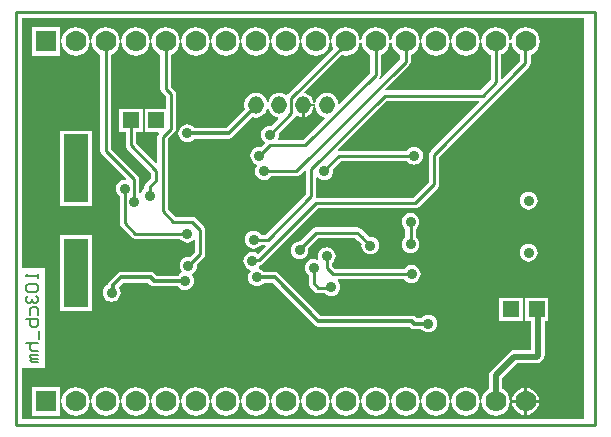
<source format=gbl>
G04*
G04 #@! TF.GenerationSoftware,Altium Limited,Altium Designer,20.2.6 (244)*
G04*
G04 Layer_Physical_Order=2*
G04 Layer_Color=255*
%FSLAX25Y25*%
%MOIN*%
G70*
G04*
G04 #@! TF.SameCoordinates,98507788-8A11-4182-AA0E-0FE8B404AF89*
G04*
G04*
G04 #@! TF.FilePolarity,Positive*
G04*
G01*
G75*
%ADD11C,0.00787*%
%ADD14C,0.00984*%
%ADD15C,0.01000*%
%ADD16C,0.01968*%
%ADD55C,0.01181*%
%ADD57C,0.07000*%
%ADD58R,0.07000X0.07000*%
%ADD59C,0.03543*%
%ADD60R,0.08268X0.22835*%
%ADD61R,0.05512X0.05512*%
%ADD62O,0.05118X0.05906*%
G36*
X179489Y-5867D02*
X-7835D01*
Y11033D01*
X-66D01*
Y44488D01*
X-7835D01*
X-7835Y127914D01*
X179489D01*
Y-5867D01*
D02*
G37*
%LPC*%
G36*
X4681Y124681D02*
X-4681D01*
Y115319D01*
X4681D01*
Y124681D01*
D02*
G37*
G36*
X140000Y124722D02*
X138778Y124561D01*
X137639Y124089D01*
X136661Y123339D01*
X135911Y122361D01*
X135439Y121222D01*
X135278Y120000D01*
X135439Y118778D01*
X135911Y117639D01*
X136661Y116661D01*
X137639Y115911D01*
X138778Y115439D01*
X140000Y115278D01*
X141222Y115439D01*
X142361Y115911D01*
X143339Y116661D01*
X144089Y117639D01*
X144561Y118778D01*
X144721Y120000D01*
X144561Y121222D01*
X144089Y122361D01*
X143339Y123339D01*
X142361Y124089D01*
X141222Y124561D01*
X140000Y124722D01*
D02*
G37*
G36*
X130000D02*
X128778Y124561D01*
X127639Y124089D01*
X126661Y123339D01*
X125911Y122361D01*
X125439Y121222D01*
X125278Y120000D01*
X125439Y118778D01*
X125911Y117639D01*
X126661Y116661D01*
X127639Y115911D01*
X128778Y115439D01*
X130000Y115278D01*
X131222Y115439D01*
X132361Y115911D01*
X133339Y116661D01*
X134089Y117639D01*
X134561Y118778D01*
X134722Y120000D01*
X134561Y121222D01*
X134089Y122361D01*
X133339Y123339D01*
X132361Y124089D01*
X131222Y124561D01*
X130000Y124722D01*
D02*
G37*
G36*
X90000D02*
X88778Y124561D01*
X87639Y124089D01*
X86661Y123339D01*
X85911Y122361D01*
X85439Y121222D01*
X85278Y120000D01*
X85439Y118778D01*
X85911Y117639D01*
X86661Y116661D01*
X87639Y115911D01*
X88778Y115439D01*
X90000Y115278D01*
X91222Y115439D01*
X92361Y115911D01*
X93339Y116661D01*
X94089Y117639D01*
X94561Y118778D01*
X94722Y120000D01*
X94561Y121222D01*
X94089Y122361D01*
X93339Y123339D01*
X92361Y124089D01*
X91222Y124561D01*
X90000Y124722D01*
D02*
G37*
G36*
X80000D02*
X78778Y124561D01*
X77639Y124089D01*
X76661Y123339D01*
X75911Y122361D01*
X75439Y121222D01*
X75279Y120000D01*
X75439Y118778D01*
X75911Y117639D01*
X76661Y116661D01*
X77639Y115911D01*
X78778Y115439D01*
X80000Y115278D01*
X81222Y115439D01*
X82361Y115911D01*
X83339Y116661D01*
X84089Y117639D01*
X84561Y118778D01*
X84721Y120000D01*
X84561Y121222D01*
X84089Y122361D01*
X83339Y123339D01*
X82361Y124089D01*
X81222Y124561D01*
X80000Y124722D01*
D02*
G37*
G36*
X70000D02*
X68778Y124561D01*
X67639Y124089D01*
X66661Y123339D01*
X65911Y122361D01*
X65439Y121222D01*
X65279Y120000D01*
X65439Y118778D01*
X65911Y117639D01*
X66661Y116661D01*
X67639Y115911D01*
X68778Y115439D01*
X70000Y115278D01*
X71222Y115439D01*
X72361Y115911D01*
X73339Y116661D01*
X74089Y117639D01*
X74561Y118778D01*
X74721Y120000D01*
X74561Y121222D01*
X74089Y122361D01*
X73339Y123339D01*
X72361Y124089D01*
X71222Y124561D01*
X70000Y124722D01*
D02*
G37*
G36*
X60000D02*
X58778Y124561D01*
X57639Y124089D01*
X56661Y123339D01*
X55911Y122361D01*
X55439Y121222D01*
X55278Y120000D01*
X55439Y118778D01*
X55911Y117639D01*
X56661Y116661D01*
X57639Y115911D01*
X58778Y115439D01*
X60000Y115278D01*
X61222Y115439D01*
X62361Y115911D01*
X63339Y116661D01*
X64089Y117639D01*
X64561Y118778D01*
X64722Y120000D01*
X64561Y121222D01*
X64089Y122361D01*
X63339Y123339D01*
X62361Y124089D01*
X61222Y124561D01*
X60000Y124722D01*
D02*
G37*
G36*
X50000D02*
X48778Y124561D01*
X47639Y124089D01*
X46661Y123339D01*
X45911Y122361D01*
X45439Y121222D01*
X45278Y120000D01*
X45439Y118778D01*
X45911Y117639D01*
X46661Y116661D01*
X47639Y115911D01*
X48778Y115439D01*
X50000Y115278D01*
X51222Y115439D01*
X52361Y115911D01*
X53339Y116661D01*
X54089Y117639D01*
X54561Y118778D01*
X54721Y120000D01*
X54561Y121222D01*
X54089Y122361D01*
X53339Y123339D01*
X52361Y124089D01*
X51222Y124561D01*
X50000Y124722D01*
D02*
G37*
G36*
X30000D02*
X28778Y124561D01*
X27639Y124089D01*
X26661Y123339D01*
X25911Y122361D01*
X25439Y121222D01*
X25278Y120000D01*
X25439Y118778D01*
X25911Y117639D01*
X26661Y116661D01*
X27639Y115911D01*
X28778Y115439D01*
X30000Y115278D01*
X31222Y115439D01*
X32361Y115911D01*
X33339Y116661D01*
X34089Y117639D01*
X34561Y118778D01*
X34721Y120000D01*
X34561Y121222D01*
X34089Y122361D01*
X33339Y123339D01*
X32361Y124089D01*
X31222Y124561D01*
X30000Y124722D01*
D02*
G37*
G36*
X10000D02*
X8778Y124561D01*
X7639Y124089D01*
X6661Y123339D01*
X5911Y122361D01*
X5439Y121222D01*
X5279Y120000D01*
X5439Y118778D01*
X5911Y117639D01*
X6661Y116661D01*
X7639Y115911D01*
X8778Y115439D01*
X10000Y115278D01*
X11222Y115439D01*
X12361Y115911D01*
X13339Y116661D01*
X14089Y117639D01*
X14561Y118778D01*
X14721Y120000D01*
X14561Y121222D01*
X14089Y122361D01*
X13339Y123339D01*
X12361Y124089D01*
X11222Y124561D01*
X10000Y124722D01*
D02*
G37*
G36*
X160000D02*
X158778Y124561D01*
X157639Y124089D01*
X156661Y123339D01*
X155911Y122361D01*
X155439Y121222D01*
X155279Y120000D01*
X155439Y118778D01*
X155911Y117639D01*
X156661Y116661D01*
X157639Y115911D01*
X158241Y115662D01*
Y113409D01*
X152268Y107437D01*
X151806Y107628D01*
Y115681D01*
X152361Y115911D01*
X153339Y116661D01*
X154089Y117639D01*
X154561Y118778D01*
X154721Y120000D01*
X154561Y121222D01*
X154089Y122361D01*
X153339Y123339D01*
X152361Y124089D01*
X151222Y124561D01*
X150000Y124722D01*
X148778Y124561D01*
X147639Y124089D01*
X146661Y123339D01*
X145911Y122361D01*
X145439Y121222D01*
X145279Y120000D01*
X145439Y118778D01*
X145911Y117639D01*
X146661Y116661D01*
X147639Y115911D01*
X148394Y115598D01*
Y107106D01*
X144963Y103674D01*
X113487D01*
X113280Y104174D01*
X121206Y112101D01*
X121576Y112654D01*
X121706Y113307D01*
Y115640D01*
X122361Y115911D01*
X123339Y116661D01*
X124089Y117639D01*
X124561Y118778D01*
X124722Y120000D01*
X124561Y121222D01*
X124089Y122361D01*
X123339Y123339D01*
X122361Y124089D01*
X121222Y124561D01*
X120000Y124722D01*
X118778Y124561D01*
X117639Y124089D01*
X116661Y123339D01*
X115911Y122361D01*
X115439Y121222D01*
X115278Y120000D01*
X115439Y118778D01*
X115911Y117639D01*
X116661Y116661D01*
X117639Y115911D01*
X118294Y115640D01*
Y114014D01*
X111636Y107356D01*
X111248Y107675D01*
X111576Y108166D01*
X111706Y108819D01*
Y115640D01*
X112361Y115911D01*
X113339Y116661D01*
X114089Y117639D01*
X114561Y118778D01*
X114722Y120000D01*
X114561Y121222D01*
X114089Y122361D01*
X113339Y123339D01*
X112361Y124089D01*
X111222Y124561D01*
X110000Y124722D01*
X108778Y124561D01*
X107639Y124089D01*
X106661Y123339D01*
X105911Y122361D01*
X105439Y121222D01*
X105279Y120000D01*
X105439Y118778D01*
X105911Y117639D01*
X106661Y116661D01*
X107639Y115911D01*
X108294Y115640D01*
Y109526D01*
X97941Y99172D01*
X97450Y99389D01*
X97345Y100189D01*
X96968Y101099D01*
X96368Y101880D01*
X95587Y102480D01*
X94677Y102857D01*
X93701Y102985D01*
X92724Y102857D01*
X91815Y102480D01*
X91033Y101880D01*
X90434Y101099D01*
X90057Y100189D01*
X89928Y99213D01*
Y98425D01*
X90057Y97449D01*
X90434Y96539D01*
X91033Y95758D01*
X91815Y95158D01*
X92724Y94781D01*
X92893Y94759D01*
X93054Y94286D01*
X85908Y87139D01*
X77688D01*
X77445Y87639D01*
X77680Y88206D01*
X77781Y88976D01*
X77716Y89476D01*
X83096Y94857D01*
X83347Y95232D01*
X83937Y95409D01*
X84040Y95330D01*
X84902Y94973D01*
X85335Y94916D01*
Y98819D01*
X85827D01*
Y99311D01*
X89388D01*
X89279Y100138D01*
X88922Y100999D01*
X88354Y101740D01*
X87614Y102308D01*
X86752Y102665D01*
X86459Y102703D01*
X86298Y103177D01*
X98624Y115503D01*
X98778Y115439D01*
X100000Y115278D01*
X101222Y115439D01*
X102361Y115911D01*
X103339Y116661D01*
X104089Y117639D01*
X104561Y118778D01*
X104721Y120000D01*
X104561Y121222D01*
X104089Y122361D01*
X103339Y123339D01*
X102361Y124089D01*
X101222Y124561D01*
X100000Y124722D01*
X98778Y124561D01*
X97639Y124089D01*
X96661Y123339D01*
X95911Y122361D01*
X95439Y121222D01*
X95279Y120000D01*
X95439Y118778D01*
X95911Y117639D01*
X95922Y117626D01*
X80683Y102387D01*
X80641Y102324D01*
X80148Y102243D01*
X79839Y102480D01*
X78929Y102857D01*
X77953Y102985D01*
X76976Y102857D01*
X76066Y102480D01*
X75285Y101880D01*
X74686Y101099D01*
X74309Y100189D01*
X74268Y99878D01*
X73764D01*
X73723Y100189D01*
X73346Y101099D01*
X72746Y101880D01*
X71965Y102480D01*
X71055Y102857D01*
X70079Y102985D01*
X69102Y102857D01*
X68192Y102480D01*
X67411Y101880D01*
X66812Y101099D01*
X66435Y100189D01*
X66306Y99213D01*
Y98425D01*
X66435Y97449D01*
X66468Y97369D01*
X60275Y91176D01*
X49580D01*
X49350Y91476D01*
X48733Y91949D01*
X48015Y92247D01*
X47244Y92348D01*
X46473Y92247D01*
X45755Y91949D01*
X45138Y91476D01*
X44665Y90859D01*
X44367Y90141D01*
X44266Y89370D01*
X44367Y88599D01*
X44665Y87881D01*
X45138Y87264D01*
X45755Y86791D01*
X46473Y86493D01*
X47244Y86392D01*
X48015Y86493D01*
X48733Y86791D01*
X49350Y87264D01*
X49580Y87564D01*
X61024D01*
X61715Y87701D01*
X62301Y88093D01*
X69023Y94814D01*
X69102Y94781D01*
X70079Y94653D01*
X71055Y94781D01*
X71965Y95158D01*
X72746Y95758D01*
X73346Y96539D01*
X73723Y97449D01*
X73764Y97760D01*
X74268D01*
X74309Y97449D01*
X74686Y96539D01*
X75285Y95758D01*
X76066Y95158D01*
X76976Y94781D01*
X77429Y94722D01*
X77608Y94194D01*
X75303Y91889D01*
X74803Y91955D01*
X74032Y91853D01*
X73314Y91556D01*
X72697Y91082D01*
X72224Y90465D01*
X71926Y89747D01*
X71825Y88976D01*
X71926Y88206D01*
X72224Y87487D01*
X72697Y86870D01*
X72937Y86687D01*
X72980Y86023D01*
X71760Y84802D01*
X71260Y84868D01*
X70489Y84767D01*
X69771Y84469D01*
X69154Y83996D01*
X68681Y83379D01*
X68383Y82661D01*
X68282Y81890D01*
X68383Y81119D01*
X68681Y80401D01*
X69154Y79784D01*
X69771Y79311D01*
X70271Y79103D01*
X70457Y78608D01*
X70450Y78514D01*
X70255Y78261D01*
X69958Y77543D01*
X69856Y76772D01*
X69958Y76001D01*
X70255Y75283D01*
X70729Y74666D01*
X71346Y74192D01*
X72064Y73895D01*
X72835Y73793D01*
X73606Y73895D01*
X74324Y74192D01*
X74941Y74666D01*
X75248Y75066D01*
X83465D01*
X84117Y75195D01*
X84671Y75565D01*
X86377Y77271D01*
X86877Y77064D01*
Y69204D01*
X73316Y55643D01*
X71776D01*
X71469Y56043D01*
X70852Y56516D01*
X70134Y56814D01*
X69363Y56915D01*
X68592Y56814D01*
X67874Y56516D01*
X67257Y56043D01*
X66784Y55426D01*
X66486Y54708D01*
X66385Y53937D01*
X66486Y53166D01*
X66784Y52448D01*
X67257Y51831D01*
X67874Y51358D01*
X68592Y51060D01*
X69363Y50959D01*
X70134Y51060D01*
X70852Y51358D01*
X71469Y51831D01*
X71776Y52231D01*
X73181D01*
X73372Y51769D01*
X70752Y49149D01*
X70387Y49430D01*
X69669Y49727D01*
X68898Y49829D01*
X68127Y49727D01*
X67409Y49430D01*
X66792Y48956D01*
X66318Y48340D01*
X66021Y47621D01*
X65919Y46850D01*
X66021Y46080D01*
X66318Y45361D01*
X66792Y44745D01*
X67409Y44271D01*
X68127Y43974D01*
X68219Y43962D01*
X68366Y43444D01*
X67893Y42828D01*
X67596Y42109D01*
X67494Y41339D01*
X67596Y40568D01*
X67893Y39849D01*
X68366Y39233D01*
X68983Y38759D01*
X69702Y38462D01*
X70472Y38360D01*
X71243Y38462D01*
X71962Y38759D01*
X72578Y39233D01*
X72808Y39532D01*
X75630D01*
X89668Y25494D01*
X90254Y25103D01*
X90945Y24965D01*
X121299D01*
X121557Y24707D01*
X122143Y24315D01*
X122835Y24178D01*
X125223D01*
X125453Y23878D01*
X126070Y23405D01*
X126788Y23108D01*
X127559Y23006D01*
X128330Y23108D01*
X129048Y23405D01*
X129665Y23878D01*
X130138Y24495D01*
X130436Y25213D01*
X130537Y25984D01*
X130436Y26755D01*
X130138Y27473D01*
X129665Y28090D01*
X129048Y28563D01*
X128330Y28861D01*
X127559Y28962D01*
X126788Y28861D01*
X126070Y28563D01*
X125453Y28090D01*
X125223Y27791D01*
X123583D01*
X123325Y28049D01*
X122739Y28440D01*
X122047Y28578D01*
X91693D01*
X77655Y42616D01*
X77069Y43007D01*
X76378Y43145D01*
X72808D01*
X72578Y43444D01*
X71962Y43918D01*
X71243Y44215D01*
X71151Y44227D01*
X71004Y44745D01*
X71477Y45361D01*
X71548Y45533D01*
X71835Y45590D01*
X72389Y45960D01*
X90864Y64436D01*
X123228D01*
X123881Y64566D01*
X124435Y64935D01*
X130734Y71235D01*
X131104Y71788D01*
X131234Y72441D01*
Y81577D01*
X161153Y111496D01*
X161523Y112050D01*
X161653Y112703D01*
Y115618D01*
X162361Y115911D01*
X163339Y116661D01*
X164089Y117639D01*
X164561Y118778D01*
X164722Y120000D01*
X164561Y121222D01*
X164089Y122361D01*
X163339Y123339D01*
X162361Y124089D01*
X161222Y124561D01*
X160000Y124722D01*
D02*
G37*
G36*
X89388Y98327D02*
X86319D01*
Y94916D01*
X86752Y94973D01*
X87614Y95330D01*
X88354Y95898D01*
X88922Y96638D01*
X89279Y97500D01*
X89388Y98327D01*
D02*
G37*
G36*
X40000Y124722D02*
X38778Y124561D01*
X37639Y124089D01*
X36661Y123339D01*
X35911Y122361D01*
X35439Y121222D01*
X35278Y120000D01*
X35439Y118778D01*
X35911Y117639D01*
X36661Y116661D01*
X37639Y115911D01*
X38294Y115640D01*
Y104095D01*
X38424Y103442D01*
X38794Y102888D01*
X40026Y101656D01*
Y97638D01*
X32990D01*
Y89764D01*
X37490D01*
X37682Y89264D01*
X37400Y88842D01*
X37270Y88189D01*
Y79575D01*
X36808Y79384D01*
X30133Y86059D01*
Y89764D01*
X32364D01*
Y97638D01*
X24490D01*
Y89764D01*
X26721D01*
Y85352D01*
X26851Y84700D01*
X27221Y84146D01*
X35171Y76196D01*
Y74591D01*
X33439Y72860D01*
X33070Y72306D01*
X32940Y71653D01*
Y71055D01*
X32540Y70748D01*
X32066Y70131D01*
X31769Y69413D01*
X31258Y69363D01*
X31234Y69372D01*
Y74016D01*
X31104Y74669D01*
X30734Y75222D01*
X21706Y84250D01*
Y115640D01*
X22361Y115911D01*
X23339Y116661D01*
X24089Y117639D01*
X24561Y118778D01*
X24722Y120000D01*
X24561Y121222D01*
X24089Y122361D01*
X23339Y123339D01*
X22361Y124089D01*
X21222Y124561D01*
X20000Y124722D01*
X18778Y124561D01*
X17639Y124089D01*
X16661Y123339D01*
X15911Y122361D01*
X15439Y121222D01*
X15279Y120000D01*
X15439Y118778D01*
X15911Y117639D01*
X16661Y116661D01*
X17639Y115911D01*
X18294Y115640D01*
Y83543D01*
X18424Y82890D01*
X18794Y82337D01*
X26843Y74287D01*
X26610Y73814D01*
X26378Y73844D01*
X25607Y73743D01*
X24889Y73445D01*
X24272Y72972D01*
X23799Y72355D01*
X23501Y71637D01*
X23400Y70866D01*
X23501Y70095D01*
X23799Y69377D01*
X24272Y68760D01*
X24672Y68453D01*
Y59449D01*
X24802Y58796D01*
X25172Y58242D01*
X28715Y54699D01*
X29268Y54329D01*
X29921Y54199D01*
X44831D01*
X45138Y53800D01*
X45755Y53326D01*
X46473Y53029D01*
X47244Y52927D01*
X48015Y53029D01*
X48733Y53326D01*
X49350Y53800D01*
X49369Y53824D01*
X49869Y53654D01*
Y49919D01*
X48138Y48188D01*
X47638Y48254D01*
X46867Y48152D01*
X46149Y47855D01*
X45532Y47381D01*
X45059Y46765D01*
X44761Y46046D01*
X44660Y45276D01*
X44761Y44505D01*
X45059Y43786D01*
X45333Y43429D01*
X45195Y42831D01*
X45194Y42831D01*
X44968Y42737D01*
X44351Y42263D01*
X44121Y41964D01*
X36969D01*
X36317Y42616D01*
X35731Y43007D01*
X35039Y43145D01*
X25197D01*
X24506Y43007D01*
X23920Y42616D01*
X21312Y40009D01*
X20921Y39423D01*
X20818Y38908D01*
X20558Y38800D01*
X19941Y38326D01*
X19468Y37710D01*
X19171Y36991D01*
X19069Y36220D01*
X19171Y35450D01*
X19468Y34731D01*
X19941Y34115D01*
X20558Y33641D01*
X21276Y33344D01*
X22047Y33242D01*
X22818Y33344D01*
X23536Y33641D01*
X24153Y34115D01*
X24626Y34731D01*
X24924Y35450D01*
X25025Y36220D01*
X24924Y36991D01*
X24626Y37710D01*
X24408Y37995D01*
X25945Y39532D01*
X34291D01*
X34943Y38880D01*
X35529Y38489D01*
X36220Y38351D01*
X44121D01*
X44351Y38052D01*
X44968Y37578D01*
X45686Y37281D01*
X46457Y37179D01*
X47227Y37281D01*
X47946Y37578D01*
X48563Y38052D01*
X49036Y38668D01*
X49333Y39387D01*
X49435Y40157D01*
X49333Y40928D01*
X49036Y41647D01*
X48762Y42004D01*
X48899Y42602D01*
X48900Y42603D01*
X49127Y42696D01*
X49744Y43170D01*
X50217Y43786D01*
X50515Y44505D01*
X50616Y45276D01*
X50550Y45775D01*
X52781Y48006D01*
X53151Y48560D01*
X53281Y49213D01*
Y57087D01*
X53151Y57740D01*
X52781Y58293D01*
X50025Y61049D01*
X49472Y61419D01*
X48819Y61549D01*
X43226D01*
X40682Y64092D01*
Y87482D01*
X42939Y89739D01*
X43308Y90292D01*
X43438Y90945D01*
Y102362D01*
X43308Y103015D01*
X42939Y103568D01*
X41706Y104801D01*
Y115640D01*
X42361Y115911D01*
X43339Y116661D01*
X44089Y117639D01*
X44561Y118778D01*
X44721Y120000D01*
X44561Y121222D01*
X44089Y122361D01*
X43339Y123339D01*
X42361Y124089D01*
X41222Y124561D01*
X40000Y124722D01*
D02*
G37*
G36*
X15551Y90315D02*
X4921D01*
Y65118D01*
X15551D01*
Y90315D01*
D02*
G37*
G36*
X161024Y69907D02*
X160253Y69806D01*
X159535Y69508D01*
X158918Y69035D01*
X158444Y68418D01*
X158147Y67700D01*
X158045Y66929D01*
X158147Y66158D01*
X158444Y65440D01*
X158918Y64823D01*
X159535Y64350D01*
X160253Y64052D01*
X161024Y63951D01*
X161794Y64052D01*
X162513Y64350D01*
X163129Y64823D01*
X163603Y65440D01*
X163900Y66158D01*
X164002Y66929D01*
X163900Y67700D01*
X163603Y68418D01*
X163129Y69035D01*
X162513Y69508D01*
X161794Y69806D01*
X161024Y69907D01*
D02*
G37*
G36*
X121653Y62821D02*
X120883Y62719D01*
X120164Y62422D01*
X119548Y61949D01*
X119074Y61332D01*
X118777Y60613D01*
X118675Y59842D01*
X118777Y59072D01*
X119074Y58353D01*
X119548Y57737D01*
X119948Y57430D01*
Y54775D01*
X119548Y54468D01*
X119074Y53851D01*
X118777Y53133D01*
X118675Y52362D01*
X118777Y51591D01*
X119074Y50873D01*
X119548Y50256D01*
X120164Y49783D01*
X120883Y49485D01*
X121653Y49384D01*
X122424Y49485D01*
X123143Y49783D01*
X123759Y50256D01*
X124233Y50873D01*
X124530Y51591D01*
X124632Y52362D01*
X124530Y53133D01*
X124233Y53851D01*
X123759Y54468D01*
X123360Y54775D01*
Y57430D01*
X123759Y57737D01*
X124233Y58353D01*
X124530Y59072D01*
X124632Y59842D01*
X124530Y60613D01*
X124233Y61332D01*
X123759Y61949D01*
X123143Y62422D01*
X122424Y62719D01*
X121653Y62821D01*
D02*
G37*
G36*
X103937Y58005D02*
X90158D01*
X89505Y57875D01*
X88951Y57506D01*
X84798Y53352D01*
X84646Y53372D01*
X83875Y53271D01*
X83157Y52973D01*
X82540Y52500D01*
X82066Y51883D01*
X81769Y51165D01*
X81667Y50394D01*
X81769Y49623D01*
X82066Y48905D01*
X82540Y48288D01*
X83157Y47815D01*
X83875Y47517D01*
X84646Y47416D01*
X85417Y47517D01*
X86135Y47815D01*
X86752Y48288D01*
X87225Y48905D01*
X87522Y49623D01*
X87624Y50394D01*
X87522Y51165D01*
X87497Y51226D01*
X90864Y54593D01*
X103230D01*
X104231Y53593D01*
X104231Y53592D01*
X105355Y52468D01*
X105289Y51968D01*
X105391Y51198D01*
X105689Y50479D01*
X106162Y49863D01*
X106779Y49389D01*
X107497Y49092D01*
X108268Y48990D01*
X109038Y49092D01*
X109757Y49389D01*
X110374Y49863D01*
X110847Y50479D01*
X111144Y51198D01*
X111246Y51968D01*
X111144Y52739D01*
X110847Y53458D01*
X110374Y54074D01*
X109757Y54548D01*
X109038Y54845D01*
X108268Y54947D01*
X107768Y54881D01*
X106644Y56005D01*
X106644Y56005D01*
X105143Y57506D01*
X104590Y57875D01*
X103937Y58005D01*
D02*
G37*
G36*
X93701Y51403D02*
X92930Y51302D01*
X92212Y51004D01*
X91595Y50531D01*
X91122Y49914D01*
X90824Y49196D01*
X90723Y48425D01*
X90824Y47654D01*
X90840Y47617D01*
X90457Y47234D01*
X90141Y47365D01*
X89370Y47466D01*
X88599Y47365D01*
X87881Y47067D01*
X87264Y46594D01*
X86791Y45977D01*
X86493Y45259D01*
X86392Y44488D01*
X86493Y43717D01*
X86791Y42999D01*
X87264Y42382D01*
X87664Y42075D01*
Y39370D01*
X87794Y38717D01*
X88164Y38164D01*
X89739Y36589D01*
X90292Y36219D01*
X90945Y36089D01*
X93165D01*
X93170Y36083D01*
X93787Y35610D01*
X94505Y35312D01*
X95276Y35211D01*
X96046Y35312D01*
X96765Y35610D01*
X97382Y36083D01*
X97855Y36700D01*
X98152Y37418D01*
X98254Y38189D01*
X98152Y38960D01*
X97855Y39678D01*
X97382Y40295D01*
X97357Y40314D01*
X97527Y40814D01*
X119634D01*
X119941Y40414D01*
X120558Y39941D01*
X121276Y39643D01*
X122047Y39542D01*
X122818Y39643D01*
X123536Y39941D01*
X124153Y40414D01*
X124627Y41031D01*
X124924Y41749D01*
X125025Y42520D01*
X124924Y43290D01*
X124627Y44009D01*
X124153Y44626D01*
X123536Y45099D01*
X122818Y45396D01*
X122047Y45498D01*
X121276Y45396D01*
X120558Y45099D01*
X119941Y44626D01*
X119634Y44226D01*
X96376D01*
X95407Y45195D01*
Y46012D01*
X95807Y46319D01*
X96280Y46936D01*
X96578Y47654D01*
X96679Y48425D01*
X96578Y49196D01*
X96280Y49914D01*
X95807Y50531D01*
X95190Y51004D01*
X94472Y51302D01*
X93701Y51403D01*
D02*
G37*
G36*
X161024Y52585D02*
X160253Y52483D01*
X159535Y52185D01*
X158918Y51712D01*
X158444Y51095D01*
X158147Y50377D01*
X158045Y49606D01*
X158147Y48836D01*
X158444Y48117D01*
X158918Y47500D01*
X159535Y47027D01*
X160253Y46730D01*
X161024Y46628D01*
X161794Y46730D01*
X162513Y47027D01*
X163129Y47500D01*
X163603Y48117D01*
X163900Y48836D01*
X164002Y49606D01*
X163900Y50377D01*
X163603Y51095D01*
X163129Y51712D01*
X162513Y52185D01*
X161794Y52483D01*
X161024Y52585D01*
D02*
G37*
G36*
X15551Y55354D02*
X4921D01*
Y30158D01*
X15551D01*
Y55354D01*
D02*
G37*
G36*
X159136Y34646D02*
X151262D01*
Y26772D01*
X159136D01*
Y34646D01*
D02*
G37*
G36*
X160492Y4458D02*
Y492D01*
X164458D01*
X164369Y1171D01*
X163917Y2262D01*
X163198Y3198D01*
X162261Y3917D01*
X161171Y4369D01*
X160492Y4458D01*
D02*
G37*
G36*
X159508D02*
X158829Y4369D01*
X157738Y3917D01*
X156802Y3198D01*
X156083Y2262D01*
X155631Y1171D01*
X155542Y492D01*
X159508D01*
Y4458D01*
D02*
G37*
G36*
X164458Y-492D02*
X160492D01*
Y-4458D01*
X161171Y-4369D01*
X162261Y-3917D01*
X163198Y-3198D01*
X163917Y-2262D01*
X164369Y-1171D01*
X164458Y-492D01*
D02*
G37*
G36*
X159508D02*
X155542D01*
X155631Y-1171D01*
X156083Y-2262D01*
X156802Y-3198D01*
X157738Y-3917D01*
X158829Y-4369D01*
X159508Y-4458D01*
Y-492D01*
D02*
G37*
G36*
X4681Y4681D02*
X-4681D01*
Y-4681D01*
X4681D01*
Y4681D01*
D02*
G37*
G36*
X167636Y34646D02*
X159762D01*
Y26772D01*
X161966D01*
Y17168D01*
X156299D01*
X155454Y17000D01*
X154738Y16522D01*
X148439Y10222D01*
X147960Y9506D01*
X147792Y8661D01*
Y4152D01*
X147639Y4089D01*
X146661Y3339D01*
X145911Y2361D01*
X145439Y1222D01*
X145279Y0D01*
X145439Y-1222D01*
X145911Y-2361D01*
X146661Y-3339D01*
X147639Y-4089D01*
X148778Y-4561D01*
X150000Y-4721D01*
X151222Y-4561D01*
X152361Y-4089D01*
X153339Y-3339D01*
X154089Y-2361D01*
X154561Y-1222D01*
X154721Y0D01*
X154561Y1222D01*
X154089Y2361D01*
X153339Y3339D01*
X152361Y4089D01*
X152208Y4152D01*
Y7747D01*
X157214Y12753D01*
X163712D01*
X164557Y12921D01*
X165273Y13399D01*
X165734Y13861D01*
X166213Y14577D01*
X166381Y15422D01*
Y26772D01*
X167636D01*
Y34646D01*
D02*
G37*
G36*
X140000Y4721D02*
X138778Y4561D01*
X137639Y4089D01*
X136661Y3339D01*
X135911Y2361D01*
X135439Y1222D01*
X135278Y0D01*
X135439Y-1222D01*
X135911Y-2361D01*
X136661Y-3339D01*
X137639Y-4089D01*
X138778Y-4561D01*
X140000Y-4721D01*
X141222Y-4561D01*
X142361Y-4089D01*
X143339Y-3339D01*
X144089Y-2361D01*
X144561Y-1222D01*
X144721Y0D01*
X144561Y1222D01*
X144089Y2361D01*
X143339Y3339D01*
X142361Y4089D01*
X141222Y4561D01*
X140000Y4721D01*
D02*
G37*
G36*
X130000D02*
X128778Y4561D01*
X127639Y4089D01*
X126661Y3339D01*
X125911Y2361D01*
X125439Y1222D01*
X125278Y0D01*
X125439Y-1222D01*
X125911Y-2361D01*
X126661Y-3339D01*
X127639Y-4089D01*
X128778Y-4561D01*
X130000Y-4721D01*
X131222Y-4561D01*
X132361Y-4089D01*
X133339Y-3339D01*
X134089Y-2361D01*
X134561Y-1222D01*
X134722Y0D01*
X134561Y1222D01*
X134089Y2361D01*
X133339Y3339D01*
X132361Y4089D01*
X131222Y4561D01*
X130000Y4721D01*
D02*
G37*
G36*
X120000D02*
X118778Y4561D01*
X117639Y4089D01*
X116661Y3339D01*
X115911Y2361D01*
X115439Y1222D01*
X115278Y0D01*
X115439Y-1222D01*
X115911Y-2361D01*
X116661Y-3339D01*
X117639Y-4089D01*
X118778Y-4561D01*
X120000Y-4721D01*
X121222Y-4561D01*
X122361Y-4089D01*
X123339Y-3339D01*
X124089Y-2361D01*
X124561Y-1222D01*
X124722Y0D01*
X124561Y1222D01*
X124089Y2361D01*
X123339Y3339D01*
X122361Y4089D01*
X121222Y4561D01*
X120000Y4721D01*
D02*
G37*
G36*
X110000D02*
X108778Y4561D01*
X107639Y4089D01*
X106661Y3339D01*
X105911Y2361D01*
X105439Y1222D01*
X105279Y0D01*
X105439Y-1222D01*
X105911Y-2361D01*
X106661Y-3339D01*
X107639Y-4089D01*
X108778Y-4561D01*
X110000Y-4721D01*
X111222Y-4561D01*
X112361Y-4089D01*
X113339Y-3339D01*
X114089Y-2361D01*
X114561Y-1222D01*
X114722Y0D01*
X114561Y1222D01*
X114089Y2361D01*
X113339Y3339D01*
X112361Y4089D01*
X111222Y4561D01*
X110000Y4721D01*
D02*
G37*
G36*
X100000D02*
X98778Y4561D01*
X97639Y4089D01*
X96661Y3339D01*
X95911Y2361D01*
X95439Y1222D01*
X95279Y0D01*
X95439Y-1222D01*
X95911Y-2361D01*
X96661Y-3339D01*
X97639Y-4089D01*
X98778Y-4561D01*
X100000Y-4721D01*
X101222Y-4561D01*
X102361Y-4089D01*
X103339Y-3339D01*
X104089Y-2361D01*
X104561Y-1222D01*
X104721Y0D01*
X104561Y1222D01*
X104089Y2361D01*
X103339Y3339D01*
X102361Y4089D01*
X101222Y4561D01*
X100000Y4721D01*
D02*
G37*
G36*
X90000D02*
X88778Y4561D01*
X87639Y4089D01*
X86661Y3339D01*
X85911Y2361D01*
X85439Y1222D01*
X85278Y0D01*
X85439Y-1222D01*
X85911Y-2361D01*
X86661Y-3339D01*
X87639Y-4089D01*
X88778Y-4561D01*
X90000Y-4721D01*
X91222Y-4561D01*
X92361Y-4089D01*
X93339Y-3339D01*
X94089Y-2361D01*
X94561Y-1222D01*
X94722Y0D01*
X94561Y1222D01*
X94089Y2361D01*
X93339Y3339D01*
X92361Y4089D01*
X91222Y4561D01*
X90000Y4721D01*
D02*
G37*
G36*
X80000D02*
X78778Y4561D01*
X77639Y4089D01*
X76661Y3339D01*
X75911Y2361D01*
X75439Y1222D01*
X75279Y0D01*
X75439Y-1222D01*
X75911Y-2361D01*
X76661Y-3339D01*
X77639Y-4089D01*
X78778Y-4561D01*
X80000Y-4721D01*
X81222Y-4561D01*
X82361Y-4089D01*
X83339Y-3339D01*
X84089Y-2361D01*
X84561Y-1222D01*
X84721Y0D01*
X84561Y1222D01*
X84089Y2361D01*
X83339Y3339D01*
X82361Y4089D01*
X81222Y4561D01*
X80000Y4721D01*
D02*
G37*
G36*
X70000D02*
X68778Y4561D01*
X67639Y4089D01*
X66661Y3339D01*
X65911Y2361D01*
X65439Y1222D01*
X65279Y0D01*
X65439Y-1222D01*
X65911Y-2361D01*
X66661Y-3339D01*
X67639Y-4089D01*
X68778Y-4561D01*
X70000Y-4721D01*
X71222Y-4561D01*
X72361Y-4089D01*
X73339Y-3339D01*
X74089Y-2361D01*
X74561Y-1222D01*
X74721Y0D01*
X74561Y1222D01*
X74089Y2361D01*
X73339Y3339D01*
X72361Y4089D01*
X71222Y4561D01*
X70000Y4721D01*
D02*
G37*
G36*
X60000D02*
X58778Y4561D01*
X57639Y4089D01*
X56661Y3339D01*
X55911Y2361D01*
X55439Y1222D01*
X55278Y0D01*
X55439Y-1222D01*
X55911Y-2361D01*
X56661Y-3339D01*
X57639Y-4089D01*
X58778Y-4561D01*
X60000Y-4721D01*
X61222Y-4561D01*
X62361Y-4089D01*
X63339Y-3339D01*
X64089Y-2361D01*
X64561Y-1222D01*
X64722Y0D01*
X64561Y1222D01*
X64089Y2361D01*
X63339Y3339D01*
X62361Y4089D01*
X61222Y4561D01*
X60000Y4721D01*
D02*
G37*
G36*
X50000D02*
X48778Y4561D01*
X47639Y4089D01*
X46661Y3339D01*
X45911Y2361D01*
X45439Y1222D01*
X45278Y0D01*
X45439Y-1222D01*
X45911Y-2361D01*
X46661Y-3339D01*
X47639Y-4089D01*
X48778Y-4561D01*
X50000Y-4721D01*
X51222Y-4561D01*
X52361Y-4089D01*
X53339Y-3339D01*
X54089Y-2361D01*
X54561Y-1222D01*
X54721Y0D01*
X54561Y1222D01*
X54089Y2361D01*
X53339Y3339D01*
X52361Y4089D01*
X51222Y4561D01*
X50000Y4721D01*
D02*
G37*
G36*
X40000D02*
X38778Y4561D01*
X37639Y4089D01*
X36661Y3339D01*
X35911Y2361D01*
X35439Y1222D01*
X35278Y0D01*
X35439Y-1222D01*
X35911Y-2361D01*
X36661Y-3339D01*
X37639Y-4089D01*
X38778Y-4561D01*
X40000Y-4721D01*
X41222Y-4561D01*
X42361Y-4089D01*
X43339Y-3339D01*
X44089Y-2361D01*
X44561Y-1222D01*
X44721Y0D01*
X44561Y1222D01*
X44089Y2361D01*
X43339Y3339D01*
X42361Y4089D01*
X41222Y4561D01*
X40000Y4721D01*
D02*
G37*
G36*
X30000D02*
X28778Y4561D01*
X27639Y4089D01*
X26661Y3339D01*
X25911Y2361D01*
X25439Y1222D01*
X25278Y0D01*
X25439Y-1222D01*
X25911Y-2361D01*
X26661Y-3339D01*
X27639Y-4089D01*
X28778Y-4561D01*
X30000Y-4721D01*
X31222Y-4561D01*
X32361Y-4089D01*
X33339Y-3339D01*
X34089Y-2361D01*
X34561Y-1222D01*
X34721Y0D01*
X34561Y1222D01*
X34089Y2361D01*
X33339Y3339D01*
X32361Y4089D01*
X31222Y4561D01*
X30000Y4721D01*
D02*
G37*
G36*
X20000D02*
X18778Y4561D01*
X17639Y4089D01*
X16661Y3339D01*
X15911Y2361D01*
X15439Y1222D01*
X15279Y0D01*
X15439Y-1222D01*
X15911Y-2361D01*
X16661Y-3339D01*
X17639Y-4089D01*
X18778Y-4561D01*
X20000Y-4721D01*
X21222Y-4561D01*
X22361Y-4089D01*
X23339Y-3339D01*
X24089Y-2361D01*
X24561Y-1222D01*
X24722Y0D01*
X24561Y1222D01*
X24089Y2361D01*
X23339Y3339D01*
X22361Y4089D01*
X21222Y4561D01*
X20000Y4721D01*
D02*
G37*
G36*
X10000D02*
X8778Y4561D01*
X7639Y4089D01*
X6661Y3339D01*
X5911Y2361D01*
X5439Y1222D01*
X5279Y0D01*
X5439Y-1222D01*
X5911Y-2361D01*
X6661Y-3339D01*
X7639Y-4089D01*
X8778Y-4561D01*
X10000Y-4721D01*
X11222Y-4561D01*
X12361Y-4089D01*
X13339Y-3339D01*
X14089Y-2361D01*
X14561Y-1222D01*
X14721Y0D01*
X14561Y1222D01*
X14089Y2361D01*
X13339Y3339D01*
X12361Y4089D01*
X11222Y4561D01*
X10000Y4721D01*
D02*
G37*
%LPD*%
G36*
X144632Y99801D02*
X128321Y83490D01*
X127951Y82936D01*
X127822Y82284D01*
Y73148D01*
X122522Y67848D01*
X90553D01*
X90236Y68234D01*
X90289Y68498D01*
Y74520D01*
X90789Y74690D01*
X90807Y74666D01*
X91424Y74192D01*
X92143Y73895D01*
X92913Y73793D01*
X93684Y73895D01*
X94402Y74192D01*
X95019Y74666D01*
X95493Y75283D01*
X95790Y76001D01*
X95892Y76772D01*
X95790Y77543D01*
X95778Y77572D01*
X98389Y80184D01*
X120422D01*
X120729Y79784D01*
X121345Y79311D01*
X122064Y79013D01*
X122835Y78912D01*
X123606Y79013D01*
X124324Y79311D01*
X124941Y79784D01*
X125414Y80401D01*
X125711Y81119D01*
X125813Y81890D01*
X125711Y82661D01*
X125414Y83379D01*
X124941Y83996D01*
X124324Y84469D01*
X123606Y84767D01*
X122835Y84868D01*
X122064Y84767D01*
X121345Y84469D01*
X120729Y83996D01*
X120422Y83596D01*
X97739D01*
X97634Y83728D01*
X97507Y84071D01*
X113699Y100262D01*
X144441D01*
X144632Y99801D01*
D02*
G37*
D11*
X-2691Y42520D02*
Y41208D01*
Y41864D01*
X-6627D01*
X-5971Y42520D01*
Y39240D02*
X-6627Y38584D01*
Y37272D01*
X-5971Y36616D01*
X-3347D01*
X-2691Y37272D01*
Y38584D01*
X-3347Y39240D01*
X-5971D01*
Y35304D02*
X-6627Y34648D01*
Y33336D01*
X-5971Y32680D01*
X-5315D01*
X-4659Y33336D01*
Y33992D01*
Y33336D01*
X-4003Y32680D01*
X-3347D01*
X-2691Y33336D01*
Y34648D01*
X-3347Y35304D01*
X-5315Y28745D02*
Y30713D01*
X-4659Y31368D01*
X-3347D01*
X-2691Y30713D01*
Y28745D01*
X-6627Y27433D02*
X-2691D01*
Y25465D01*
X-3347Y24809D01*
X-4003D01*
X-4659D01*
X-5315Y25465D01*
Y27433D01*
X-2035Y23497D02*
Y20873D01*
X-6627Y19561D02*
X-2691D01*
X-4659D01*
X-5315Y18905D01*
Y17593D01*
X-4659Y16937D01*
X-2691D01*
Y15626D02*
X-5315D01*
Y14969D01*
X-4659Y14314D01*
X-2691D01*
X-4659D01*
X-5315Y13658D01*
X-4659Y13002D01*
X-2691D01*
D14*
X92913Y76772D02*
Y77121D01*
X97683Y81890D01*
X123228Y66142D02*
X129528Y72441D01*
X71182Y47167D02*
X90158Y66142D01*
X123228D01*
X129528Y72441D02*
Y82284D01*
X112992Y101969D02*
X145669D01*
X150100Y106399D02*
Y119900D01*
X145669Y101969D02*
X150100Y106399D01*
X159947Y112703D02*
Y119947D01*
X129528Y82284D02*
X159947Y112703D01*
X97683Y81890D02*
X122835D01*
X121653Y52362D02*
Y59842D01*
X94882Y37795D02*
X95276Y38189D01*
X90945Y37795D02*
X94882D01*
X89370Y39370D02*
X90945Y37795D01*
X89370Y39370D02*
Y44488D01*
X93701D02*
Y48425D01*
Y44488D02*
X95669Y42520D01*
X81890Y101181D02*
X100000Y119291D01*
X81890Y96063D02*
Y101181D01*
X100000Y119291D02*
Y120000D01*
X38976Y63386D02*
X42520Y59842D01*
X38976Y88189D02*
X41732Y90945D01*
X38976Y63386D02*
Y88189D01*
X28427Y85352D02*
X36877Y76903D01*
Y73885D02*
Y76903D01*
X34646Y71653D02*
X36877Y73885D01*
X48819Y59842D02*
X51575Y57087D01*
X42520Y59842D02*
X48819D01*
X51575Y49213D02*
Y57087D01*
X29921Y55905D02*
X47244D01*
X40000Y104095D02*
X41732Y102362D01*
Y90945D02*
Y102362D01*
X68898Y46850D02*
X69214Y47167D01*
X71182D01*
X28427Y85352D02*
Y93701D01*
X40000Y104095D02*
Y120000D01*
X20000Y83543D02*
Y120000D01*
Y83543D02*
X29528Y74016D01*
Y66535D02*
Y74016D01*
X34646Y68642D02*
Y71653D01*
X26378Y59449D02*
Y70866D01*
Y59449D02*
X29921Y55905D01*
X84646Y50394D02*
Y50787D01*
X90158Y56299D02*
X103937D01*
X84646Y50787D02*
X90158Y56299D01*
X88583Y68498D02*
Y77559D01*
X69363Y53937D02*
X74022D01*
X88583Y68498D01*
X74803Y88976D02*
X81890Y96063D01*
X103937Y56299D02*
X105438Y54799D01*
Y54799D02*
Y54799D01*
Y54799D02*
X108268Y51968D01*
X47638Y45276D02*
X51575Y49213D01*
X159947Y119947D02*
X160000Y120000D01*
X150000D02*
X150100Y119900D01*
X88583Y77559D02*
X112992Y101969D01*
X72835Y76772D02*
X83465D01*
X120000Y113307D01*
Y120000D01*
X74803Y85433D02*
X86614D01*
X110000Y108819D01*
Y120000D01*
X95669Y42520D02*
X122047D01*
X71260Y81890D02*
X74803Y85433D01*
D15*
X-9843Y-7874D02*
Y129921D01*
X183071D01*
X183071Y-7874D01*
X-9843D02*
X183071D01*
D16*
X163699Y29134D02*
X164173Y28659D01*
X156299Y14961D02*
X163712D01*
X164173Y15422D02*
Y28659D01*
X163712Y14961D02*
X164173Y15422D01*
X150000Y8661D02*
X156299Y14961D01*
X150000Y0D02*
Y8661D01*
D55*
X122835Y25984D02*
X127559D01*
X90945Y26772D02*
X122047D01*
X122835Y25984D01*
X22047Y36220D02*
X22590Y36763D01*
Y38731D01*
X25197Y41339D01*
X35039D01*
X36220Y40157D01*
X46457D01*
X70472Y41339D02*
X76378D01*
X90945Y26772D01*
X61024Y89370D02*
X70079Y98425D01*
Y98819D01*
X47244Y89370D02*
X61024D01*
D57*
X160000Y0D02*
D03*
X150000D02*
D03*
X140000D02*
D03*
X130000D02*
D03*
X120000D02*
D03*
X110000D02*
D03*
X100000D02*
D03*
X90000D02*
D03*
X80000D02*
D03*
X70000D02*
D03*
X60000D02*
D03*
X50000D02*
D03*
X40000D02*
D03*
X30000D02*
D03*
X20000D02*
D03*
X10000D02*
D03*
X160000Y120000D02*
D03*
X150000D02*
D03*
X140000D02*
D03*
X130000D02*
D03*
X120000D02*
D03*
X110000D02*
D03*
X100000D02*
D03*
X90000D02*
D03*
X80000D02*
D03*
X70000D02*
D03*
X60000D02*
D03*
X50000D02*
D03*
X40000D02*
D03*
X30000D02*
D03*
X20000D02*
D03*
X10000D02*
D03*
D58*
X0Y0D02*
D03*
Y120000D02*
D03*
D59*
X161024Y66929D02*
D03*
X161024Y49606D02*
D03*
X92913Y76772D02*
D03*
X127559Y25984D02*
D03*
X168504Y111024D02*
D03*
X145669Y109449D02*
D03*
X135039Y107874D02*
D03*
X153150Y85433D02*
D03*
X122835Y81890D02*
D03*
X121653Y59842D02*
D03*
Y52362D02*
D03*
X102756Y60236D02*
D03*
X95276Y38189D02*
D03*
X135433Y14567D02*
D03*
X92520Y21260D02*
D03*
X89370Y44488D02*
D03*
X93701Y48425D02*
D03*
X85039Y110236D02*
D03*
X77953Y72835D02*
D03*
X47244Y55905D02*
D03*
X74803Y23622D02*
D03*
X135827Y98032D02*
D03*
X104724Y109843D02*
D03*
X-2362Y75984D02*
D03*
X88189Y35433D02*
D03*
X133071Y68504D02*
D03*
X14961Y102756D02*
D03*
X32677Y75197D02*
D03*
X34646Y68642D02*
D03*
X26378Y70866D02*
D03*
X29528Y66535D02*
D03*
X84646Y50394D02*
D03*
X22047Y36220D02*
D03*
X46457Y40157D02*
D03*
X70472Y41339D02*
D03*
X32283Y36614D02*
D03*
X47244Y50787D02*
D03*
Y89370D02*
D03*
X68898Y46850D02*
D03*
X69363Y53937D02*
D03*
X65354Y40945D02*
D03*
X127559Y31890D02*
D03*
X122047Y47638D02*
D03*
X113779Y50394D02*
D03*
X108268Y51968D02*
D03*
X94882Y72047D02*
D03*
X68898Y59842D02*
D03*
X51181Y64961D02*
D03*
X47638Y45276D02*
D03*
X122047Y42520D02*
D03*
X72835Y76772D02*
D03*
X71260Y81890D02*
D03*
X74803Y88976D02*
D03*
D60*
X10236Y77716D02*
D03*
Y42756D02*
D03*
D61*
X36927Y93701D02*
D03*
X28427D02*
D03*
X163699Y30709D02*
D03*
X155199D02*
D03*
D62*
X70079Y98819D02*
D03*
X77953D02*
D03*
X85827D02*
D03*
X93701D02*
D03*
M02*

</source>
